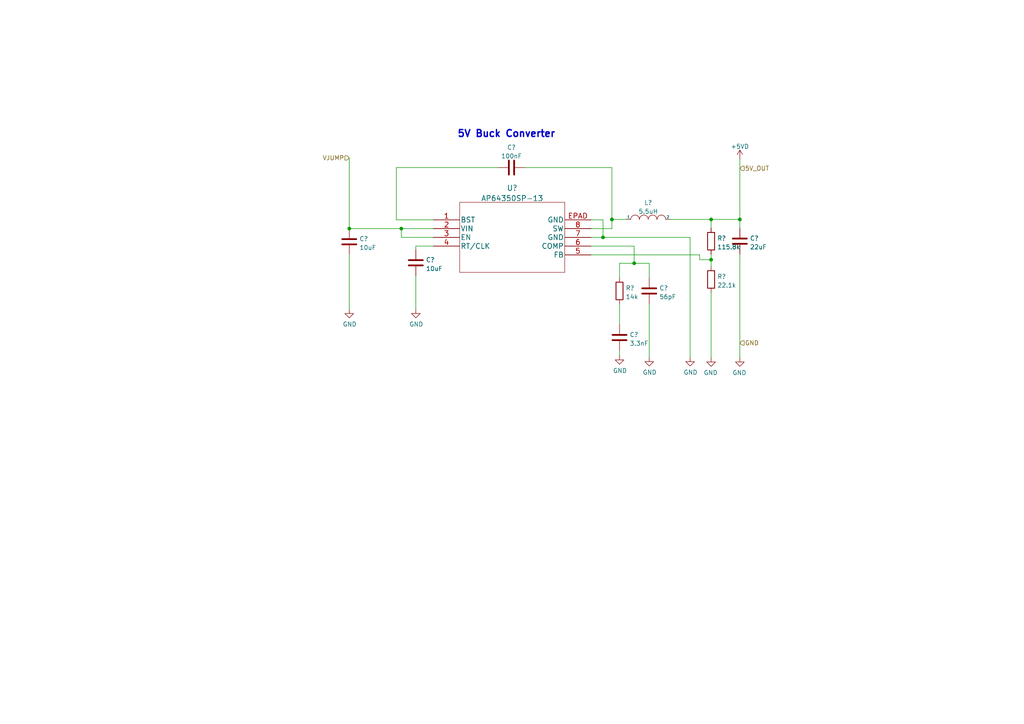
<source format=kicad_sch>
(kicad_sch (version 20211123) (generator eeschema)
  (paper "A4")
  (lib_symbols
    (symbol "Device:C" (pin_numbers hide) (pin_names (offset 0.254))
      (property "Reference" "C" (at 0.635 2.54 0))
      (property "Value" "C" (at 0.635 -2.54 0))
      (symbol "C_0_1"
        (polyline (pts (xy -2.032 -0.762) (xy 2.032 -0.762)) (stroke (width 0.508)))
        (polyline (pts (xy -2.032 0.762) (xy 2.032 0.762)) (stroke (width 0.508)))
      )
      (symbol "C_1_1"
        (pin passive line (at 0 3.81 270) (length 2.794) (name "~") (number "1"))
        (pin passive line (at 0 -3.81 90) (length 2.794) (name "~") (number "2"))
      )
    )
    (symbol "Device:R" (pin_numbers hide) (pin_names (offset 0))
      (property "Reference" "R" (at 2.032 0 90))
      (property "Value" "R" (at 0 0 90))
      (symbol "R_0_1"
        (rectangle (start -1.016 -2.54) (end 1.016 2.54) (stroke (width 0.254)))
      )
      (symbol "R_1_1"
        (pin passive line (at 0 3.81 270) (length 1.27) (name "~") (number "1"))
        (pin passive line (at 0 -3.81 90) (length 1.27) (name "~") (number "2"))
      )
    )
    (symbol "adp650:AP64350SP-13" (pin_names (offset 0.254))
      (property "Reference" "U" (at 22.86 10.16 0))
      (property "Value" "AP64350SP-13" (at 22.86 7.62 0))
      (symbol "AP64350SP-13_1_1"
        (polyline (pts (xy 7.62 -15.24) (xy 38.1 -15.24)) (stroke (width 0.127)))
        (polyline (pts (xy 7.62 5.08) (xy 7.62 -15.24)) (stroke (width 0.127)))
        (polyline (pts (xy 38.1 -15.24) (xy 38.1 5.08)) (stroke (width 0.127)))
        (polyline (pts (xy 38.1 5.08) (xy 7.62 5.08)) (stroke (width 0.127)))
        (pin power_in line (at 0 0 0) (length 7.62) (name "BST") (number "1"))
        (pin power_in line (at 0 -2.54 0) (length 7.62) (name "VIN") (number "2"))
        (pin input line (at 0 -5.08 0) (length 7.62) (name "EN") (number "3"))
        (pin unspecified line (at 0 -7.62 0) (length 7.62) (name "RT/CLK") (number "4"))
        (pin input line (at 45.72 -10.16 180) (length 7.62) (name "FB") (number "5"))
        (pin unspecified line (at 45.72 -7.62 180) (length 7.62) (name "COMP") (number "6"))
        (pin power_in line (at 45.72 -5.08 180) (length 7.62) (name "GND") (number "7"))
        (pin output line (at 45.72 -2.54 180) (length 7.62) (name "SW") (number "8"))
        (pin power_in line (at 45.72 0 180) (length 7.62) (name "GND") (number "EPAD"))
      )
    )
    (symbol "power:+5VD" (power) (pin_names (offset 0))
      (property "Value" "+5VD" (at 0 3.556 0))
      (symbol "+5VD_0_1"
        (polyline (pts (xy -0.762 1.27) (xy 0 2.54)))
        (polyline (pts (xy 0 0) (xy 0 2.54)))
        (polyline (pts (xy 0 2.54) (xy 0.762 1.27)))
      )
      (symbol "+5VD_1_1"
        (pin power_in line (at 0 0 90) (length 0) hide (name "+5VD") (number "1"))
      )
    )
    (symbol "power:GND" (power) (pin_names (offset 0))
      (property "Value" "GND" (at 0 -3.81 0))
      (symbol "GND_0_1"
        (polyline (pts (xy 0 0) (xy 0 -1.27) (xy 1.27 -1.27) (xy 0 -2.54) (xy -1.27 -1.27) (xy 0 -1.27)))
      )
      (symbol "GND_1_1"
        (pin power_in line (at 0 0 270) (length 0) hide (name "GND") (number "1"))
      )
    )
    (symbol "pspice:INDUCTOR" (pin_numbers hide) (pin_names (offset 0))
      (property "Reference" "L" (at 0 2.54 0))
      (property "Value" "INDUCTOR" (at 0 -1.27 0))
      (symbol "INDUCTOR_0_1"
        (arc (start -2.54 0) (mid -3.81 1.27) (end -5.08 0))
        (arc (start 0 0) (mid -1.27 1.27) (end -2.54 0))
        (arc (start 2.54 0) (mid 1.27 1.27) (end 0 0))
        (arc (start 5.08 0) (mid 3.81 1.27) (end 2.54 0))
      )
      (symbol "INDUCTOR_1_1"
        (pin input line (at -6.35 0 0) (length 1.27) (name "1") (number "1"))
        (pin input line (at 6.35 0 180) (length 1.27) (name "2") (number "2"))
      )
    )
  )
  (junction (at 214.5855 63.6472))
  (junction (at 206.2498 63.6472))
  (junction (at 174.9006 68.8434))
  (junction (at 116.4036 66.3034))
  (junction (at 177.4741 63.6472))
  (junction (at 206.2498 75.3292))
  (junction (at 183.9313 76.3594))
  (junction (at 101.2989 66.3034))
  (wire (pts (xy 202.92 75.3292) (xy 206.2498 75.3292)))
  (wire (pts (xy 214.5855 46.0668) (xy 214.5855 63.6472)))
  (wire (pts (xy 125.7008 71.3834) (xy 120.6026 71.3834)))
  (wire (pts (xy 101.2989 73.9234) (xy 101.2989 89.6586)))
  (wire (pts (xy 188.3007 80.5827) (xy 188.3007 76.3594)))
  (wire (pts (xy 171.4208 68.8434) (xy 174.9006 68.8434)))
  (wire (pts (xy 171.4208 73.9234) (xy 202.92 73.9234)))
  (wire (pts (xy 214.5855 63.6472) (xy 206.2498 63.6472)))
  (wire (pts (xy 174.9006 63.7634) (xy 174.9006 68.8434)))
  (wire (pts (xy 214.5855 73.7617) (xy 214.5855 103.7169)))
  (wire (pts (xy 171.4208 63.7634) (xy 174.9006 63.7634)))
  (wire (pts (xy 144.5443 48.6022) (xy 114.9516 48.6022)))
  (wire (pts (xy 174.9006 68.8434) (xy 200.1614 68.8434)))
  (wire (pts (xy 152.1643 48.6022) (xy 177.4741 48.6022)))
  (wire (pts (xy 188.3007 88.2027) (xy 188.3007 103.6181)))
  (wire (pts (xy 177.4741 48.6022) (xy 177.4741 63.6472)))
  (wire (pts (xy 120.6026 80.0241) (xy 120.6026 89.6586)))
  (wire (pts (xy 101.2989 45.8014) (xy 101.2989 66.3034)))
  (wire (pts (xy 206.2498 63.6472) (xy 206.2498 66.1417)))
  (wire (pts (xy 179.6876 80.5827) (xy 179.6876 76.3594)))
  (wire (pts (xy 179.6876 101.7118) (xy 179.6876 103.1174)))
  (wire (pts (xy 177.4741 63.6472) (xy 181.6646 63.6472)))
  (wire (pts (xy 206.2498 73.7617) (xy 206.2498 75.3292)))
  (wire (pts (xy 125.7008 68.8434) (xy 116.4036 68.8434)))
  (wire (pts (xy 120.6026 71.3834) (xy 120.6026 72.4041)))
  (wire (pts (xy 101.2989 66.3034) (xy 116.4036 66.3034)))
  (wire (pts (xy 171.4208 66.3034) (xy 177.4741 66.3034)))
  (wire (pts (xy 171.4208 71.3834) (xy 183.9313 71.3834)))
  (wire (pts (xy 206.2498 84.8641) (xy 206.2498 103.7169)))
  (wire (pts (xy 177.4741 66.3034) (xy 177.4741 63.6472)))
  (wire (pts (xy 179.6876 88.2027) (xy 179.6876 94.0918)))
  (wire (pts (xy 116.4036 68.8434) (xy 116.4036 66.3034)))
  (wire (pts (xy 202.92 73.9234) (xy 202.92 75.3292)))
  (wire (pts (xy 179.6876 76.3594) (xy 183.9313 76.3594)))
  (wire (pts (xy 183.9313 71.3834) (xy 183.9313 76.3594)))
  (wire (pts (xy 116.4036 66.3034) (xy 125.7008 66.3034)))
  (wire (pts (xy 114.9516 63.7634) (xy 125.7008 63.7634)))
  (wire (pts (xy 214.5855 66.1417) (xy 214.5855 63.6472)))
  (wire (pts (xy 200.1614 68.8434) (xy 200.1614 103.6175)))
  (wire (pts (xy 194.3646 63.6472) (xy 206.2498 63.6472)))
  (wire (pts (xy 183.9313 76.3594) (xy 188.3007 76.3594)))
  (wire (pts (xy 206.2498 75.3292) (xy 206.2498 77.2441)))
  (wire (pts (xy 114.9516 48.6022) (xy 114.9516 63.7634)))
  (text "5V Buck Converter\n" (at 132.5616 40.0975 0) (effects (font (size 2.0066 2.0066) (thickness 0.4013) bold) (justify left bottom)))
  (hierarchical_label "VJUMP" (shape input) (at 101.2989 45.8014 180))
  (hierarchical_label "GND" (shape input) (at 214.5855 99.4781 0))
  (hierarchical_label "5V_OUT" (shape input) (at 214.5855 48.8406 0))
  (symbol (lib_id "Device:C") (at 148.3543 48.6022 90) (unit 1)
    (property "Reference" "C?" (at 148.3543 42.7434 90))
    (property "Value" "100nF" (at 148.3543 45.2803 90))
    (property "Footprint" "Packetworx Footprints:100nF_0603" (effects hide))
  )
  (symbol (lib_id "power:GND") (at 120.6026 89.6586 0) (unit 1)
    (property "Reference" "#PWR?" (effects hide))
    (property "Value" "GND" (at 120.7296 94.0528 0))
  )
  (symbol (lib_id "Device:C") (at 179.6876 97.9018 0) (unit 1)
    (property "Reference" "C?" (at 182.6086 97.0671 0) (effects (justify left)))
    (property "Value" "3.3nF" (at 182.6086 99.604 0) (effects (justify left)))
    (property "Footprint" "Packetworx Footprints:100nF_0603" (effects hide))
  )
  (symbol (lib_id "power:GND") (at 179.6876 103.1174 0) (unit 1)
    (property "Reference" "#PWR?" (effects hide))
    (property "Value" "GND" (at 179.8146 107.5116 0))
  )
  (symbol (lib_id "Device:R") (at 206.2498 81.0541 0) (unit 1)
    (property "Reference" "R?" (at 208.0278 80.2194 0) (effects (justify left)))
    (property "Value" "22.1k" (at 208.0278 82.7563 0) (effects (justify left)))
    (property "Footprint" "Packetworx Footprints:10K(0603)" (effects hide))
  )
  (symbol (lib_id "power:GND") (at 214.5855 103.7169 0) (mirror y) (unit 1)
    (property "Reference" "#PWR?" (effects hide))
    (property "Value" "GND" (at 214.4585 108.1111 0))
  )
  (symbol (lib_id "power:GND") (at 188.3007 103.6181 0) (unit 1)
    (property "Reference" "#PWR?" (effects hide))
    (property "Value" "GND" (at 188.4277 108.0123 0))
  )
  (symbol (lib_id "power:GND") (at 206.2498 103.7169 0) (mirror y) (unit 1)
    (property "Reference" "#PWR?" (effects hide))
    (property "Value" "GND" (at 206.1228 108.1111 0))
  )
  (symbol (lib_id "adp650:AP64350SP-13") (at 125.7008 63.7634 0) (unit 1)
    (property "Reference" "U?" (at 148.5608 54.5358 0) (effects (font (size 1.524 1.524))))
    (property "Value" "AP64350SP-13" (at 148.5608 57.5292 0) (effects (font (size 1.524 1.524))))
    (property "Footprint" "ul_AP64350SP-13:AP64350SP-13" (effects hide))
  )
  (symbol (lib_id "Device:C") (at 214.5855 69.9517 0) (unit 1)
    (property "Reference" "C?" (at 217.5065 69.117 0) (effects (justify left)))
    (property "Value" "22uF" (at 217.5065 71.6539 0) (effects (justify left)))
    (property "Footprint" "Packetworx Footprints:100nF_0603" (effects hide))
  )
  (symbol (lib_id "pspice:INDUCTOR") (at 188.0146 63.6472 0) (unit 1)
    (property "Reference" "L?" (at 188.0146 58.8044 0))
    (property "Value" "5.5uH" (at 188.0146 61.3413 0))
    (property "Footprint" "Packetworx Footprints:100nF_0603" (effects hide))
    (property "Datasheet" "744325550" (effects hide))
  )
  (symbol (lib_id "Device:C") (at 188.3007 84.3927 0) (unit 1)
    (property "Reference" "C?" (at 191.2217 83.558 0) (effects (justify left)))
    (property "Value" "56pF" (at 191.2217 86.0949 0) (effects (justify left)))
    (property "Footprint" "Packetworx Footprints:100nF_0603" (effects hide))
  )
  (symbol (lib_id "Device:C") (at 101.2989 70.1134 0) (unit 1)
    (property "Reference" "C?" (at 104.2199 69.2787 0) (effects (justify left)))
    (property "Value" "10uF" (at 104.2199 71.8156 0) (effects (justify left)))
    (property "Footprint" "Packetworx Footprints:100nF_0603" (effects hide))
  )
  (symbol (lib_id "power:GND") (at 101.2989 89.6586 0) (unit 1)
    (property "Reference" "#PWR?" (effects hide))
    (property "Value" "GND" (at 101.4259 94.0528 0))
  )
  (symbol (lib_id "power:GND") (at 200.1614 103.6175 0) (unit 1)
    (property "Reference" "#PWR?" (effects hide))
    (property "Value" "GND" (at 200.2884 108.0117 0))
  )
  (symbol (lib_id "Device:C") (at 120.6026 76.2141 0) (unit 1)
    (property "Reference" "C?" (at 123.5236 75.3794 0) (effects (justify left)))
    (property "Value" "10uF" (at 123.5236 77.9163 0) (effects (justify left)))
    (property "Footprint" "Packetworx Footprints:100nF_0603" (effects hide))
  )
  (symbol (lib_id "Device:R") (at 206.2498 69.9517 0) (unit 1)
    (property "Reference" "R?" (at 208.0278 69.117 0) (effects (justify left)))
    (property "Value" "115.8k" (at 208.0278 71.6539 0) (effects (justify left)))
    (property "Footprint" "Packetworx Footprints:10K(0603)" (effects hide))
  )
  (symbol (lib_id "power:+5VD") (at 214.5855 46.0668 0) (unit 1)
    (property "Reference" "#PWR?" (effects hide))
    (property "Value" "+5VD" (at 214.5855 42.491 0))
  )
  (symbol (lib_id "Device:R") (at 179.6876 84.3927 0) (unit 1)
    (property "Reference" "R?" (at 181.4656 83.558 0) (effects (justify left)))
    (property "Value" "14k" (at 181.4656 86.0949 0) (effects (justify left)))
    (property "Footprint" "Packetworx Footprints:10K(0603)" (effects hide))
  )
)
</source>
